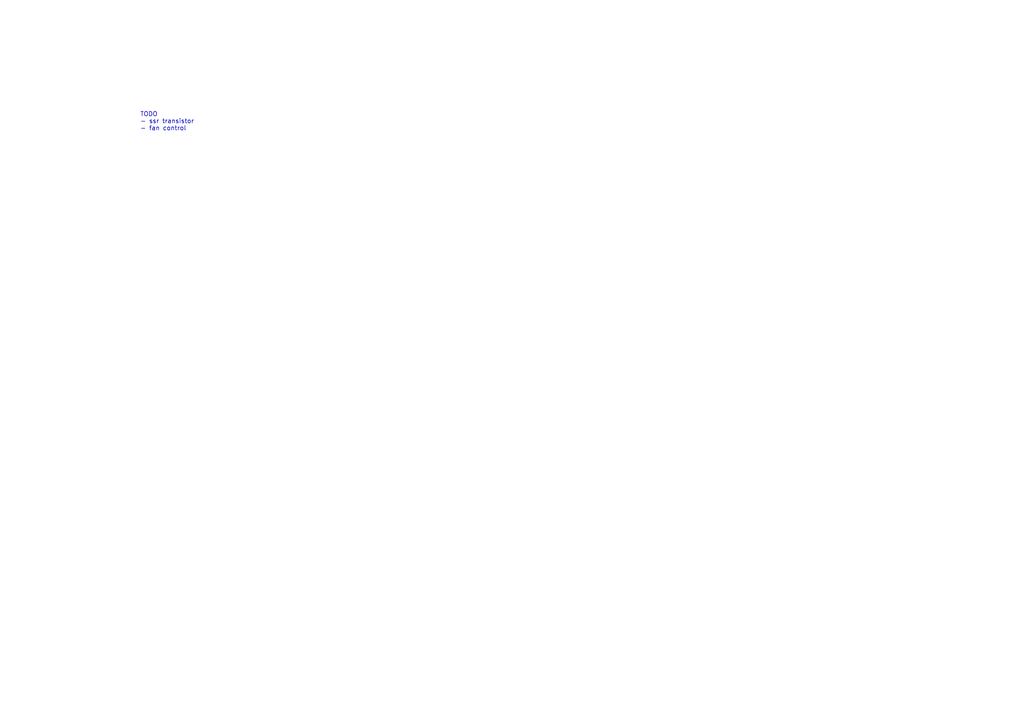
<source format=kicad_sch>
(kicad_sch (version 20211123) (generator eeschema)
  (paper "A4")
  (title_block (title "Reflow Controller"))
  (lib_symbols)
  (text "TODO\n- ssr transistor\n- fan control\n" (at 40.64 38.1 0) (effects (font (size 1.27 1.27)) (justify left bottom)))
)
</source>
